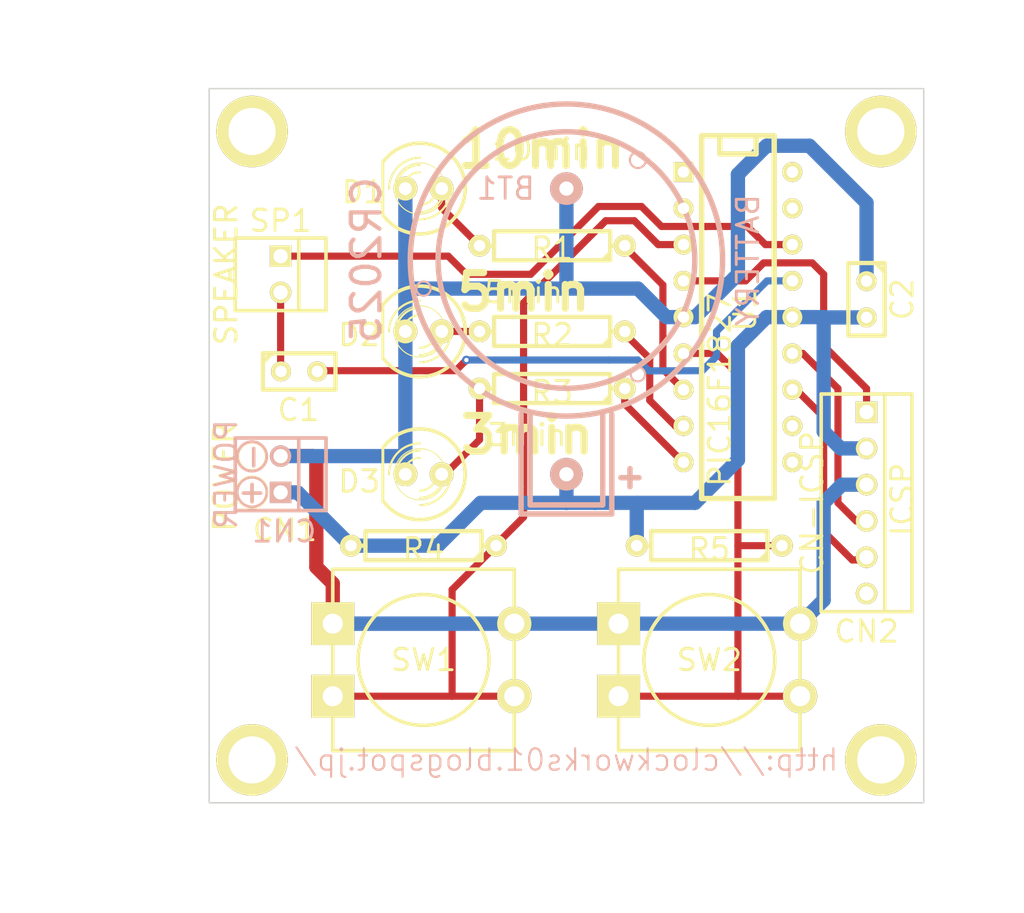
<source format=kicad_pcb>
(kicad_pcb (version 3) (host pcbnew "(2013-07-07 BZR 4022)-stable")

  (general
    (links 35)
    (no_connects 0)
    (area 87.000001 44.150001 159 109.7)
    (thickness 1.6)
    (drawings 35)
    (tracks 140)
    (zones 0)
    (modules 21)
    (nets 17)
  )

  (page A4)
  (title_block 
    (title PIC16F1827_MelodyTimer4)
    (rev 1.0.0)
    (company ClockWorks001)
    (comment 1 PIC16F1827)
  )

  (layers
    (15 F.Cu signal)
    (0 B.Cu signal)
    (16 B.Adhes user)
    (17 F.Adhes user)
    (18 B.Paste user)
    (19 F.Paste user)
    (20 B.SilkS user)
    (21 F.SilkS user)
    (22 B.Mask user)
    (23 F.Mask user)
    (24 Dwgs.User user)
    (25 Cmts.User user)
    (26 Eco1.User user)
    (27 Eco2.User user)
    (28 Edge.Cuts user)
  )

  (setup
    (last_trace_width 0.5)
    (trace_clearance 0.25)
    (zone_clearance 0.508)
    (zone_45_only no)
    (trace_min 0.3)
    (segment_width 0.2)
    (edge_width 0.1)
    (via_size 0.6)
    (via_drill 0.3)
    (via_min_size 0.6)
    (via_min_drill 0.3)
    (uvia_size 0.508)
    (uvia_drill 0.127)
    (uvias_allowed no)
    (uvia_min_size 0.508)
    (uvia_min_drill 0.127)
    (pcb_text_width 0.3)
    (pcb_text_size 1.5 1.5)
    (mod_edge_width 0.15)
    (mod_text_size 1.5 1.5)
    (mod_text_width 0.2)
    (pad_size 1.397 1.397)
    (pad_drill 0.8)
    (pad_to_mask_clearance 0)
    (aux_axis_origin 0 0)
    (visible_elements 7FFFFFFF)
    (pcbplotparams
      (layerselection 284196865)
      (usegerberextensions true)
      (excludeedgelayer true)
      (linewidth 0.160000)
      (plotframeref false)
      (viasonmask false)
      (mode 1)
      (useauxorigin false)
      (hpglpennumber 1)
      (hpglpenspeed 20)
      (hpglpendiameter 15)
      (hpglpenoverlay 2)
      (psnegative false)
      (psa4output false)
      (plotreference true)
      (plotvalue false)
      (plotothertext false)
      (plotinvisibletext false)
      (padsonsilk false)
      (subtractmaskfromsilk false)
      (outputformat 1)
      (mirror false)
      (drillshape 0)
      (scaleselection 1)
      (outputdirectory ""))
  )

  (net 0 "")
  (net 1 +3.3V)
  (net 2 GND)
  (net 3 N-000001)
  (net 4 N-0000016)
  (net 5 N-0000017)
  (net 6 N-0000018)
  (net 7 N-0000019)
  (net 8 N-000002)
  (net 9 N-0000020)
  (net 10 N-0000021)
  (net 11 N-0000022)
  (net 12 N-000005)
  (net 13 N-000006)
  (net 14 N-000007)
  (net 15 N-000008)
  (net 16 N-000009)

  (net_class Default "これは標準のネット クラスです。"
    (clearance 0.25)
    (trace_width 0.5)
    (via_dia 0.6)
    (via_drill 0.3)
    (uvia_dia 0.508)
    (uvia_drill 0.127)
    (add_net "")
    (add_net N-000001)
    (add_net N-0000016)
    (add_net N-0000017)
    (add_net N-0000018)
    (add_net N-0000019)
    (add_net N-000002)
    (add_net N-0000020)
    (add_net N-0000021)
    (add_net N-0000022)
    (add_net N-000005)
    (add_net N-000006)
    (add_net N-000007)
    (add_net N-000008)
    (add_net N-000009)
  )

  (net_class 1.5mmWidth ""
    (clearance 0.5)
    (trace_width 1.5)
    (via_dia 1.5)
    (via_drill 0.8)
    (uvia_dia 0.508)
    (uvia_drill 0.127)
  )

  (net_class 1mmWidth ""
    (clearance 0.4)
    (trace_width 1)
    (via_dia 1)
    (via_drill 0.6)
    (uvia_dia 0.508)
    (uvia_drill 0.127)
    (add_net +3.3V)
    (add_net GND)
  )

  (module CR2032H_AK (layer B.Cu) (tedit 54FEFE18) (tstamp 54F5C385)
    (at 125 62 270)
    (path /54F5C03D)
    (fp_text reference BT1 (at -5 4.25 360) (layer B.SilkS)
      (effects (font (size 1.5 1.5) (thickness 0.2)) (justify mirror))
    )
    (fp_text value BATTERY (at 0 -12.7 270) (layer B.SilkS)
      (effects (font (size 1.5 1.5) (thickness 0.2)) (justify mirror))
    )
    (fp_circle (center 2 10) (end 2.5 10) (layer B.SilkS) (width 0.15))
    (fp_circle (center 8 -5) (end 7.5 -5) (layer B.SilkS) (width 0.15))
    (fp_circle (center -7 -5) (end -6.5 -4.75) (layer B.SilkS) (width 0.15))
    (fp_line (start 15.24 -3.81) (end 15.24 -5.08) (layer B.SilkS) (width 0.381))
    (fp_line (start 14.605 -4.445) (end 15.875 -4.445) (layer B.SilkS) (width 0.381))
    (fp_line (start 10.795 2.54) (end 17.145 2.54) (layer B.SilkS) (width 0.381))
    (fp_line (start 17.145 2.54) (end 17.145 -2.54) (layer B.SilkS) (width 0.381))
    (fp_line (start 17.145 -2.54) (end 10.795 -2.54) (layer B.SilkS) (width 0.381))
    (fp_line (start 17.145 3.175) (end 17.78 3.175) (layer B.SilkS) (width 0.381))
    (fp_line (start 17.78 3.175) (end 17.78 -3.175) (layer B.SilkS) (width 0.381))
    (fp_line (start 17.78 -3.175) (end 17.145 -3.175) (layer B.SilkS) (width 0.381))
    (fp_line (start 15.875 3.175) (end 17.145 3.175) (layer B.SilkS) (width 0.381))
    (fp_line (start 17.145 -3.175) (end 10.795 -3.175) (layer B.SilkS) (width 0.381))
    (fp_line (start 10.795 3.175) (end 15.875 3.175) (layer B.SilkS) (width 0.381))
    (fp_circle (center 0 0) (end -1.27 8.89) (layer B.SilkS) (width 0.381))
    (fp_circle (center 0 0) (end 6.35 -8.89) (layer B.SilkS) (width 0.381))
    (pad 2 thru_hole circle (at -5 0 270) (size 2.286 2.286) (drill 1)
      (layers *.Cu *.Mask B.SilkS)
      (net 2 GND)
    )
    (pad 1 thru_hole circle (at 15 0 270) (size 2.286 2.286) (drill 1)
      (layers *.Cu *.Mask B.SilkS)
      (net 1 +3.3V)
    )
  )

  (module LED-5MM_AK (layer F.Cu) (tedit 54FACC50) (tstamp 54F66613)
    (at 115 77 180)
    (descr "LED 5mm - Lead pitch 100mil (2,54mm)")
    (tags "LED led 5mm 5MM 100mil 2,54mm")
    (path /54E935CC)
    (fp_text reference D3 (at 4.5 -0.5 180) (layer F.SilkS)
      (effects (font (size 1.5 1.5) (thickness 0.2)))
    )
    (fp_text value 3min (at -7.25 2.75 180) (layer F.SilkS)
      (effects (font (size 1.5 1.5) (thickness 0.2)))
    )
    (fp_line (start 2.8448 1.905) (end 2.8448 -1.905) (layer F.SilkS) (width 0.2032))
    (fp_circle (center 0.254 0) (end -1.016 1.27) (layer F.SilkS) (width 0.0762))
    (fp_arc (start 0.254 0) (end 2.794 1.905) (angle 286.2) (layer F.SilkS) (width 0.254))
    (fp_arc (start 0.254 0) (end -0.889 0) (angle 90) (layer F.SilkS) (width 0.1524))
    (fp_arc (start 0.254 0) (end 1.397 0) (angle 90) (layer F.SilkS) (width 0.1524))
    (fp_arc (start 0.254 0) (end -1.397 0) (angle 90) (layer F.SilkS) (width 0.1524))
    (fp_arc (start 0.254 0) (end 1.905 0) (angle 90) (layer F.SilkS) (width 0.1524))
    (fp_arc (start 0.254 0) (end -1.905 0) (angle 90) (layer F.SilkS) (width 0.1524))
    (fp_arc (start 0.254 0) (end 2.413 0) (angle 90) (layer F.SilkS) (width 0.1524))
    (pad 1 thru_hole circle (at -1.27 0 180) (size 1.6764 1.6764) (drill 0.9)
      (layers *.Cu *.Mask F.SilkS)
      (net 10 N-0000021)
    )
    (pad 2 thru_hole circle (at 1.27 0 180) (size 1.6764 1.6764) (drill 0.9)
      (layers *.Cu *.Mask F.SilkS)
      (net 2 GND)
    )
    (model discret/leds/led5_vertical_verde.wrl
      (at (xyz 0 0 0))
      (scale (xyz 1 1 1))
      (rotate (xyz 0 0 0))
    )
  )

  (module LED-5MM_AK (layer F.Cu) (tedit 54FACB73) (tstamp 54F66633)
    (at 115 67 180)
    (descr "LED 5mm - Lead pitch 100mil (2,54mm)")
    (tags "LED led 5mm 5MM 100mil 2,54mm")
    (path /54E935C4)
    (fp_text reference D2 (at 4.5 -0.25 180) (layer F.SilkS)
      (effects (font (size 1.5 1.5) (thickness 0.2)))
    )
    (fp_text value 5min (at -7 2.75 180) (layer F.SilkS)
      (effects (font (size 1.5 1.5) (thickness 0.2)))
    )
    (fp_line (start 2.8448 1.905) (end 2.8448 -1.905) (layer F.SilkS) (width 0.2032))
    (fp_circle (center 0.254 0) (end -1.016 1.27) (layer F.SilkS) (width 0.0762))
    (fp_arc (start 0.254 0) (end 2.794 1.905) (angle 286.2) (layer F.SilkS) (width 0.254))
    (fp_arc (start 0.254 0) (end -0.889 0) (angle 90) (layer F.SilkS) (width 0.1524))
    (fp_arc (start 0.254 0) (end 1.397 0) (angle 90) (layer F.SilkS) (width 0.1524))
    (fp_arc (start 0.254 0) (end -1.397 0) (angle 90) (layer F.SilkS) (width 0.1524))
    (fp_arc (start 0.254 0) (end 1.905 0) (angle 90) (layer F.SilkS) (width 0.1524))
    (fp_arc (start 0.254 0) (end -1.905 0) (angle 90) (layer F.SilkS) (width 0.1524))
    (fp_arc (start 0.254 0) (end 2.413 0) (angle 90) (layer F.SilkS) (width 0.1524))
    (pad 1 thru_hole circle (at -1.27 0 180) (size 1.6764 1.6764) (drill 0.9)
      (layers *.Cu *.Mask F.SilkS)
      (net 9 N-0000020)
    )
    (pad 2 thru_hole circle (at 1.27 0 180) (size 1.6764 1.6764) (drill 0.9)
      (layers *.Cu *.Mask F.SilkS)
      (net 2 GND)
    )
    (model discret/leds/led5_vertical_verde.wrl
      (at (xyz 0 0 0))
      (scale (xyz 1 1 1))
      (rotate (xyz 0 0 0))
    )
  )

  (module LED-5MM_AK (layer F.Cu) (tedit 54FACB43) (tstamp 54F66653)
    (at 115 57 180)
    (descr "LED 5mm - Lead pitch 100mil (2,54mm)")
    (tags "LED led 5mm 5MM 100mil 2,54mm")
    (path /54E93581)
    (fp_text reference D1 (at 4.25 -0.25 180) (layer F.SilkS)
      (effects (font (size 1.5 1.5) (thickness 0.2)))
    )
    (fp_text value 10min (at -8.25 2.75 180) (layer F.SilkS)
      (effects (font (size 1.5 1.5) (thickness 0.2)))
    )
    (fp_line (start 2.8448 1.905) (end 2.8448 -1.905) (layer F.SilkS) (width 0.2032))
    (fp_circle (center 0.254 0) (end -1.016 1.27) (layer F.SilkS) (width 0.0762))
    (fp_arc (start 0.254 0) (end 2.794 1.905) (angle 286.2) (layer F.SilkS) (width 0.254))
    (fp_arc (start 0.254 0) (end -0.889 0) (angle 90) (layer F.SilkS) (width 0.1524))
    (fp_arc (start 0.254 0) (end 1.397 0) (angle 90) (layer F.SilkS) (width 0.1524))
    (fp_arc (start 0.254 0) (end -1.397 0) (angle 90) (layer F.SilkS) (width 0.1524))
    (fp_arc (start 0.254 0) (end 1.905 0) (angle 90) (layer F.SilkS) (width 0.1524))
    (fp_arc (start 0.254 0) (end -1.905 0) (angle 90) (layer F.SilkS) (width 0.1524))
    (fp_arc (start 0.254 0) (end 2.413 0) (angle 90) (layer F.SilkS) (width 0.1524))
    (pad 1 thru_hole circle (at -1.27 0 180) (size 1.6764 1.6764) (drill 0.9)
      (layers *.Cu *.Mask F.SilkS)
      (net 6 N-0000018)
    )
    (pad 2 thru_hole circle (at 1.27 0 180) (size 1.6764 1.6764) (drill 0.9)
      (layers *.Cu *.Mask F.SilkS)
      (net 2 GND)
    )
    (model discret/leds/led5_vertical_verde.wrl
      (at (xyz 0 0 0))
      (scale (xyz 1 1 1))
      (rotate (xyz 0 0 0))
    )
  )

  (module SW_PUSH-12mm_AK (layer F.Cu) (tedit 54FC038C) (tstamp 54F6675B)
    (at 135 90)
    (path /54E9355A)
    (fp_text reference SW2 (at 0 0) (layer F.SilkS)
      (effects (font (size 1.5 1.5) (thickness 0.2)))
    )
    (fp_text value "" (at 0 1.016) (layer F.SilkS)
      (effects (font (size 1.5 1.5) (thickness 0.2)))
    )
    (fp_circle (center 0 0) (end 3.81 2.54) (layer F.SilkS) (width 0.254))
    (fp_line (start -6.35 -6.35) (end 6.35 -6.35) (layer F.SilkS) (width 0.254))
    (fp_line (start 6.35 -6.35) (end 6.35 6.35) (layer F.SilkS) (width 0.254))
    (fp_line (start 6.35 6.35) (end -6.35 6.35) (layer F.SilkS) (width 0.254))
    (fp_line (start -6.35 6.35) (end -6.35 -6.35) (layer F.SilkS) (width 0.254))
    (pad 1 thru_hole circle (at 6.35 -2.54) (size 2.4 2.4) (drill 1.4)
      (layers *.Cu *.Mask F.SilkS)
      (net 2 GND)
    )
    (pad 2 thru_hole circle (at 6.35 2.54) (size 2.4 2.4) (drill 1.4)
      (layers *.Cu *.Mask F.SilkS)
      (net 11 N-0000022)
    )
    (pad 1 thru_hole rect (at -6.35 -2.54) (size 3 3) (drill 1.4)
      (layers *.Cu *.Mask F.SilkS)
      (net 2 GND)
    )
    (pad 2 thru_hole rect (at -6.35 2.54) (size 3 3) (drill 1.4)
      (layers *.Cu *.Mask F.SilkS)
      (net 11 N-0000022)
    )
  )

  (module SW_PUSH-12mm_AK (layer F.Cu) (tedit 54FC035F) (tstamp 54FB1543)
    (at 115 90)
    (path /54E93502)
    (fp_text reference SW1 (at 0 0) (layer F.SilkS)
      (effects (font (size 1.5 1.5) (thickness 0.2)))
    )
    (fp_text value "" (at 0 1.016) (layer F.SilkS)
      (effects (font (size 1.5 1.5) (thickness 0.2)))
    )
    (fp_circle (center 0 0) (end 3.81 2.54) (layer F.SilkS) (width 0.254))
    (fp_line (start -6.35 -6.35) (end 6.35 -6.35) (layer F.SilkS) (width 0.254))
    (fp_line (start 6.35 -6.35) (end 6.35 6.35) (layer F.SilkS) (width 0.254))
    (fp_line (start 6.35 6.35) (end -6.35 6.35) (layer F.SilkS) (width 0.254))
    (fp_line (start -6.35 6.35) (end -6.35 -6.35) (layer F.SilkS) (width 0.254))
    (pad 1 thru_hole circle (at 6.35 -2.54) (size 2.4 2.4) (drill 1.4)
      (layers *.Cu *.Mask F.SilkS)
      (net 2 GND)
    )
    (pad 2 thru_hole circle (at 6.35 2.54) (size 2.4 2.4) (drill 1.4)
      (layers *.Cu *.Mask F.SilkS)
      (net 15 N-000008)
    )
    (pad 1 thru_hole rect (at -6.35 -2.54) (size 3 3) (drill 1.4)
      (layers *.Cu *.Mask F.SilkS)
      (net 2 GND)
    )
    (pad 2 thru_hole rect (at -6.35 2.54) (size 3 3) (drill 1.4)
      (layers *.Cu *.Mask F.SilkS)
      (net 15 N-000008)
    )
  )

  (module PAD3mmX5mm (layer F.Cu) (tedit 54FC3A35) (tstamp 54F7118F)
    (at 103 97)
    (fp_text reference P3 (at 0 0) (layer F.SilkS)
      (effects (font (size 1.5 1.5) (thickness 0.2)))
    )
    (fp_text value "" (at 2.54 -1.27) (layer F.SilkS)
      (effects (font (size 1.5 1.5) (thickness 0.2)))
    )
    (pad "" thru_hole circle (at 0 0) (size 5 5) (drill 3.3)
      (layers *.Cu *.Mask F.SilkS)
    )
  )

  (module PAD3mmX5mm (layer F.Cu) (tedit 54FC3A38) (tstamp 54F85210)
    (at 147 97)
    (fp_text reference P4 (at 0 0) (layer F.SilkS)
      (effects (font (size 1.5 1.5) (thickness 0.2)))
    )
    (fp_text value "" (at 2.54 -1.27) (layer F.SilkS)
      (effects (font (size 1.5 1.5) (thickness 0.2)))
    )
    (pad "" thru_hole circle (at 0 0) (size 5 5) (drill 3.3)
      (layers *.Cu *.Mask F.SilkS)
    )
  )

  (module PAD3mmX5mm (layer F.Cu) (tedit 54FC3A32) (tstamp 54F7117D)
    (at 103 53)
    (fp_text reference P2 (at 0 0) (layer F.SilkS)
      (effects (font (size 1.5 1.5) (thickness 0.2)))
    )
    (fp_text value "" (at 2.54 -1.27) (layer F.SilkS)
      (effects (font (size 1.5 1.5) (thickness 0.2)))
    )
    (pad "" thru_hole circle (at 0 0) (size 5 5) (drill 3.3)
      (layers *.Cu *.Mask F.SilkS)
    )
  )

  (module PAD3mmX5mm (layer F.Cu) (tedit 54FC3A2F) (tstamp 54F71174)
    (at 147 53)
    (fp_text reference P1 (at 0 0) (layer F.SilkS)
      (effects (font (size 1.5 1.5) (thickness 0.2)))
    )
    (fp_text value "" (at 2.54 -1.27) (layer F.SilkS)
      (effects (font (size 1.5 1.5) (thickness 0.2)))
    )
    (pad "" thru_hole circle (at 0 0) (size 5 5) (drill 3.3)
      (layers *.Cu *.Mask F.SilkS)
    )
  )

  (module DIP-18__300_MU (layer F.Cu) (tedit 54FF0256) (tstamp 54F665F3)
    (at 137 66 270)
    (descr "8 pins DIL package, round pads")
    (path /54E933CD)
    (fp_text reference U1 (at -0.5 -0.5 270) (layer F.SilkS)
      (effects (font (size 1.5 1.5) (thickness 0.2)))
    )
    (fp_text value PIC16F1827 (at 5.08 1.27 270) (layer F.SilkS)
      (effects (font (size 1.5 1.5) (thickness 0.2)))
    )
    (fp_line (start -12.7 -1.27) (end -11.43 -1.27) (layer F.SilkS) (width 0.381))
    (fp_line (start -11.43 -1.27) (end -11.43 1.27) (layer F.SilkS) (width 0.381))
    (fp_line (start -11.43 1.27) (end -12.7 1.27) (layer F.SilkS) (width 0.381))
    (fp_line (start -12.7 -2.54) (end 12.7 -2.54) (layer F.SilkS) (width 0.381))
    (fp_line (start 12.7 -2.54) (end 12.7 2.54) (layer F.SilkS) (width 0.381))
    (fp_line (start 12.7 2.54) (end -12.7 2.54) (layer F.SilkS) (width 0.381))
    (fp_line (start -12.7 2.54) (end -12.7 -2.54) (layer F.SilkS) (width 0.381))
    (pad 1 thru_hole rect (at -10.16 3.81 270) (size 1.397 1.397) (drill 0.8)
      (layers *.Cu *.Mask F.SilkS)
    )
    (pad 2 thru_hole circle (at -7.62 3.81 270) (size 1.397 1.397) (drill 0.8)
      (layers *.Cu *.Mask F.SilkS)
    )
    (pad 3 thru_hole circle (at -5.08 3.81 270) (size 1.397 1.397) (drill 0.8)
      (layers *.Cu *.Mask F.SilkS)
      (net 15 N-000008)
    )
    (pad 4 thru_hole circle (at -2.54 3.81 270) (size 1.397 1.397) (drill 0.8)
      (layers *.Cu *.Mask F.SilkS)
      (net 13 N-000006)
    )
    (pad 5 thru_hole circle (at 0 3.81 270) (size 1.397 1.397) (drill 0.8)
      (layers *.Cu *.Mask F.SilkS)
      (net 2 GND)
    )
    (pad 6 thru_hole circle (at 2.54 3.81 270) (size 1.397 1.397) (drill 0.8)
      (layers *.Cu *.Mask F.SilkS)
      (net 11 N-0000022)
    )
    (pad 7 thru_hole circle (at 5.08 3.81 270) (size 1.397 1.397) (drill 0.8)
      (layers *.Cu *.Mask F.SilkS)
      (net 5 N-0000017)
    )
    (pad 8 thru_hole circle (at 7.62 3.81 270) (size 1.397 1.397) (drill 0.8)
      (layers *.Cu *.Mask F.SilkS)
      (net 7 N-0000019)
    )
    (pad 9 thru_hole circle (at 10.16 3.81 270) (size 1.397 1.397) (drill 0.8)
      (layers *.Cu *.Mask F.SilkS)
      (net 14 N-000007)
    )
    (pad 10 thru_hole circle (at 10.16 -3.81 270) (size 1.397 1.397) (drill 0.8)
      (layers *.Cu *.Mask F.SilkS)
    )
    (pad 11 thru_hole circle (at 7.62 -3.81 270) (size 1.397 1.397) (drill 0.8)
      (layers *.Cu *.Mask F.SilkS)
    )
    (pad 12 thru_hole circle (at 5.08 -3.81 270) (size 1.397 1.397) (drill 0.8)
      (layers *.Cu *.Mask F.SilkS)
      (net 12 N-000005)
    )
    (pad 13 thru_hole circle (at 2.54 -3.81 270) (size 1.397 1.397) (drill 0.8)
      (layers *.Cu *.Mask F.SilkS)
      (net 16 N-000009)
    )
    (pad 14 thru_hole circle (at 0 -3.81 270) (size 1.397 1.397) (drill 0.8)
      (layers *.Cu *.Mask F.SilkS)
      (net 1 +3.3V)
    )
    (pad 15 thru_hole circle (at -2.54 -3.81 270) (size 1.397 1.397) (drill 0.8)
      (layers *.Cu *.Mask F.SilkS)
      (net 3 N-000001)
    )
    (pad 16 thru_hole circle (at -5.08 -3.81 270) (size 1.397 1.397) (drill 0.8)
      (layers *.Cu *.Mask F.SilkS)
      (net 4 N-0000016)
    )
    (pad 17 thru_hole circle (at -7.62 -3.81 270) (size 1.397 1.397) (drill 0.8)
      (layers *.Cu *.Mask F.SilkS)
    )
    (pad 18 thru_hole circle (at -10.16 -3.81 270) (size 1.397 1.397) (drill 0.8)
      (layers *.Cu *.Mask F.SilkS)
    )
    (model dil/dil_18.wrl
      (at (xyz 0 0 0))
      (scale (xyz 1 1 1))
      (rotate (xyz 0 0 0))
    )
  )

  (module R4_MU (layer F.Cu) (tedit 54FF02C2) (tstamp 54F666C7)
    (at 115 82 180)
    (descr "Resitance 4 pas")
    (tags R)
    (path /54E93F69)
    (autoplace_cost180 10)
    (fp_text reference R4 (at 0 -0.25 180) (layer F.SilkS)
      (effects (font (size 1.5 1.5) (thickness 0.2)))
    )
    (fp_text value 10K (at -0.25 2 180) (layer F.SilkS) hide
      (effects (font (size 1.5 1.5) (thickness 0.2)))
    )
    (fp_line (start -5.08 0) (end -4.064 0) (layer F.SilkS) (width 0.3048))
    (fp_line (start -4.064 0) (end -4.064 -1.016) (layer F.SilkS) (width 0.3048))
    (fp_line (start -4.064 -1.016) (end 4.064 -1.016) (layer F.SilkS) (width 0.3048))
    (fp_line (start 4.064 -1.016) (end 4.064 1.016) (layer F.SilkS) (width 0.3048))
    (fp_line (start 4.064 1.016) (end -4.064 1.016) (layer F.SilkS) (width 0.3048))
    (fp_line (start -4.064 1.016) (end -4.064 0) (layer F.SilkS) (width 0.3048))
    (fp_line (start -4.064 -0.508) (end -3.556 -1.016) (layer F.SilkS) (width 0.3048))
    (fp_line (start 5.08 0) (end 4.064 0) (layer F.SilkS) (width 0.3048))
    (pad 1 thru_hole circle (at -5.08 0 180) (size 1.524 1.524) (drill 0.8)
      (layers *.Cu *.Mask F.SilkS)
      (net 15 N-000008)
    )
    (pad 2 thru_hole circle (at 5.08 0 180) (size 1.524 1.524) (drill 0.8)
      (layers *.Cu *.Mask F.SilkS)
      (net 1 +3.3V)
    )
    (model discret/resistor.wrl
      (at (xyz 0 0 0))
      (scale (xyz 0.4 0.4 0.4))
      (rotate (xyz 0 0 0))
    )
  )

  (module R4_MU (layer F.Cu) (tedit 54FF02C6) (tstamp 54F666E5)
    (at 135 82 180)
    (descr "Resitance 4 pas")
    (tags R)
    (path /54E93E26)
    (autoplace_cost180 10)
    (fp_text reference R5 (at 0 -0.25 180) (layer F.SilkS)
      (effects (font (size 1.5 1.5) (thickness 0.2)))
    )
    (fp_text value 10K (at -0.25 2 180) (layer F.SilkS) hide
      (effects (font (size 1.5 1.5) (thickness 0.2)))
    )
    (fp_line (start -5.08 0) (end -4.064 0) (layer F.SilkS) (width 0.3048))
    (fp_line (start -4.064 0) (end -4.064 -1.016) (layer F.SilkS) (width 0.3048))
    (fp_line (start -4.064 -1.016) (end 4.064 -1.016) (layer F.SilkS) (width 0.3048))
    (fp_line (start 4.064 -1.016) (end 4.064 1.016) (layer F.SilkS) (width 0.3048))
    (fp_line (start 4.064 1.016) (end -4.064 1.016) (layer F.SilkS) (width 0.3048))
    (fp_line (start -4.064 1.016) (end -4.064 0) (layer F.SilkS) (width 0.3048))
    (fp_line (start -4.064 -0.508) (end -3.556 -1.016) (layer F.SilkS) (width 0.3048))
    (fp_line (start 5.08 0) (end 4.064 0) (layer F.SilkS) (width 0.3048))
    (pad 1 thru_hole circle (at -5.08 0 180) (size 1.524 1.524) (drill 0.8)
      (layers *.Cu *.Mask F.SilkS)
      (net 11 N-0000022)
    )
    (pad 2 thru_hole circle (at 5.08 0 180) (size 1.524 1.524) (drill 0.8)
      (layers *.Cu *.Mask F.SilkS)
      (net 1 +3.3V)
    )
    (model discret/resistor.wrl
      (at (xyz 0 0 0))
      (scale (xyz 0.4 0.4 0.4))
      (rotate (xyz 0 0 0))
    )
  )

  (module R4_MU (layer F.Cu) (tedit 54FF028E) (tstamp 54F72914)
    (at 124 71 180)
    (descr "Resitance 4 pas")
    (tags R)
    (path /54E936EC)
    (autoplace_cost180 10)
    (fp_text reference R3 (at 0 -0.25 180) (layer F.SilkS)
      (effects (font (size 1.5 1.5) (thickness 0.2)))
    )
    (fp_text value 240 (at 0 2 180) (layer F.SilkS) hide
      (effects (font (size 1.5 1.5) (thickness 0.2)))
    )
    (fp_line (start -5.08 0) (end -4.064 0) (layer F.SilkS) (width 0.3048))
    (fp_line (start -4.064 0) (end -4.064 -1.016) (layer F.SilkS) (width 0.3048))
    (fp_line (start -4.064 -1.016) (end 4.064 -1.016) (layer F.SilkS) (width 0.3048))
    (fp_line (start 4.064 -1.016) (end 4.064 1.016) (layer F.SilkS) (width 0.3048))
    (fp_line (start 4.064 1.016) (end -4.064 1.016) (layer F.SilkS) (width 0.3048))
    (fp_line (start -4.064 1.016) (end -4.064 0) (layer F.SilkS) (width 0.3048))
    (fp_line (start -4.064 -0.508) (end -3.556 -1.016) (layer F.SilkS) (width 0.3048))
    (fp_line (start 5.08 0) (end 4.064 0) (layer F.SilkS) (width 0.3048))
    (pad 1 thru_hole circle (at -5.08 0 180) (size 1.524 1.524) (drill 0.8)
      (layers *.Cu *.Mask F.SilkS)
      (net 14 N-000007)
    )
    (pad 2 thru_hole circle (at 5.08 0 180) (size 1.524 1.524) (drill 0.8)
      (layers *.Cu *.Mask F.SilkS)
      (net 10 N-0000021)
    )
    (model discret/resistor.wrl
      (at (xyz 0 0 0))
      (scale (xyz 0.4 0.4 0.4))
      (rotate (xyz 0 0 0))
    )
  )

  (module R4_MU (layer F.Cu) (tedit 54FF0292) (tstamp 54F66721)
    (at 124 67 180)
    (descr "Resitance 4 pas")
    (tags R)
    (path /54E936CD)
    (autoplace_cost180 10)
    (fp_text reference R2 (at 0 -0.25 180) (layer F.SilkS)
      (effects (font (size 1.5 1.5) (thickness 0.2)))
    )
    (fp_text value 240 (at 0 2 180) (layer F.SilkS) hide
      (effects (font (size 1.5 1.5) (thickness 0.2)))
    )
    (fp_line (start -5.08 0) (end -4.064 0) (layer F.SilkS) (width 0.3048))
    (fp_line (start -4.064 0) (end -4.064 -1.016) (layer F.SilkS) (width 0.3048))
    (fp_line (start -4.064 -1.016) (end 4.064 -1.016) (layer F.SilkS) (width 0.3048))
    (fp_line (start 4.064 -1.016) (end 4.064 1.016) (layer F.SilkS) (width 0.3048))
    (fp_line (start 4.064 1.016) (end -4.064 1.016) (layer F.SilkS) (width 0.3048))
    (fp_line (start -4.064 1.016) (end -4.064 0) (layer F.SilkS) (width 0.3048))
    (fp_line (start -4.064 -0.508) (end -3.556 -1.016) (layer F.SilkS) (width 0.3048))
    (fp_line (start 5.08 0) (end 4.064 0) (layer F.SilkS) (width 0.3048))
    (pad 1 thru_hole circle (at -5.08 0 180) (size 1.524 1.524) (drill 0.8)
      (layers *.Cu *.Mask F.SilkS)
      (net 7 N-0000019)
    )
    (pad 2 thru_hole circle (at 5.08 0 180) (size 1.524 1.524) (drill 0.8)
      (layers *.Cu *.Mask F.SilkS)
      (net 9 N-0000020)
    )
    (model discret/resistor.wrl
      (at (xyz 0 0 0))
      (scale (xyz 0.4 0.4 0.4))
      (rotate (xyz 0 0 0))
    )
  )

  (module R4_MU (layer F.Cu) (tedit 54FF02A4) (tstamp 54F6673F)
    (at 124 61 180)
    (descr "Resitance 4 pas")
    (tags R)
    (path /54E936B1)
    (autoplace_cost180 10)
    (fp_text reference R1 (at 0 -0.2 180) (layer F.SilkS)
      (effects (font (size 1.5 1.5) (thickness 0.2)))
    )
    (fp_text value 240 (at 0 2 180) (layer F.SilkS) hide
      (effects (font (size 1.5 1.5) (thickness 0.2)))
    )
    (fp_line (start -5.08 0) (end -4.064 0) (layer F.SilkS) (width 0.3048))
    (fp_line (start -4.064 0) (end -4.064 -1.016) (layer F.SilkS) (width 0.3048))
    (fp_line (start -4.064 -1.016) (end 4.064 -1.016) (layer F.SilkS) (width 0.3048))
    (fp_line (start 4.064 -1.016) (end 4.064 1.016) (layer F.SilkS) (width 0.3048))
    (fp_line (start 4.064 1.016) (end -4.064 1.016) (layer F.SilkS) (width 0.3048))
    (fp_line (start -4.064 1.016) (end -4.064 0) (layer F.SilkS) (width 0.3048))
    (fp_line (start -4.064 -0.508) (end -3.556 -1.016) (layer F.SilkS) (width 0.3048))
    (fp_line (start 5.08 0) (end 4.064 0) (layer F.SilkS) (width 0.3048))
    (pad 1 thru_hole circle (at -5.08 0 180) (size 1.524 1.524) (drill 0.8)
      (layers *.Cu *.Mask F.SilkS)
      (net 5 N-0000017)
    )
    (pad 2 thru_hole circle (at 5.08 0 180) (size 1.524 1.524) (drill 0.8)
      (layers *.Cu *.Mask F.SilkS)
      (net 6 N-0000018)
    )
    (model discret/resistor.wrl
      (at (xyz 0 0 0))
      (scale (xyz 0.4 0.4 0.4))
      (rotate (xyz 0 0 0))
    )
  )

  (module C1_MU (layer F.Cu) (tedit 54FEF9D5) (tstamp 54FB130A)
    (at 146 64.75 270)
    (descr "Condensateur e = 1 pas")
    (tags C)
    (path /54E93FFC)
    (fp_text reference C2 (at 0 -2.5 270) (layer F.SilkS)
      (effects (font (size 1.5 1.5) (thickness 0.2)))
    )
    (fp_text value 0.1uF (at 0 2.25 270) (layer F.SilkS) hide
      (effects (font (size 1.5 1.5) (thickness 0.2)))
    )
    (fp_line (start -2.4892 -1.27) (end 2.54 -1.27) (layer F.SilkS) (width 0.3048))
    (fp_line (start 2.54 -1.27) (end 2.54 1.27) (layer F.SilkS) (width 0.3048))
    (fp_line (start 2.54 1.27) (end -2.54 1.27) (layer F.SilkS) (width 0.3048))
    (fp_line (start -2.54 1.27) (end -2.54 -1.27) (layer F.SilkS) (width 0.3048))
    (fp_line (start -2.54 -0.635) (end -1.905 -1.27) (layer F.SilkS) (width 0.3048))
    (pad 1 thru_hole circle (at -1.27 0 270) (size 1.397 1.397) (drill 0.8)
      (layers *.Cu *.Mask F.SilkS)
      (net 2 GND)
    )
    (pad 2 thru_hole circle (at 1.27 0 270) (size 1.397 1.397) (drill 0.8)
      (layers *.Cu *.Mask F.SilkS)
      (net 1 +3.3V)
    )
    (model discret/capa_1_pas.wrl
      (at (xyz 0 0 0))
      (scale (xyz 1 1 1))
      (rotate (xyz 0 0 0))
    )
  )

  (module C1_MU (layer F.Cu) (tedit 54FEF998) (tstamp 54F665B7)
    (at 106.3 69.8)
    (descr "Condensateur e = 1 pas")
    (tags C)
    (path /54E93762)
    (fp_text reference C1 (at -0.05 2.7) (layer F.SilkS)
      (effects (font (size 1.5 1.5) (thickness 0.2)))
    )
    (fp_text value 10uF (at 0 -2.286) (layer F.SilkS) hide
      (effects (font (size 1.5 1.5) (thickness 0.2)))
    )
    (fp_line (start -2.4892 -1.27) (end 2.54 -1.27) (layer F.SilkS) (width 0.3048))
    (fp_line (start 2.54 -1.27) (end 2.54 1.27) (layer F.SilkS) (width 0.3048))
    (fp_line (start 2.54 1.27) (end -2.54 1.27) (layer F.SilkS) (width 0.3048))
    (fp_line (start -2.54 1.27) (end -2.54 -1.27) (layer F.SilkS) (width 0.3048))
    (fp_line (start -2.54 -0.635) (end -1.905 -1.27) (layer F.SilkS) (width 0.3048))
    (pad 1 thru_hole circle (at -1.27 0) (size 1.397 1.397) (drill 0.8)
      (layers *.Cu *.Mask F.SilkS)
      (net 8 N-000002)
    )
    (pad 2 thru_hole circle (at 1.27 0) (size 1.397 1.397) (drill 0.8)
      (layers *.Cu *.Mask F.SilkS)
      (net 3 N-000001)
    )
    (model discret/capa_1_pas.wrl
      (at (xyz 0 0 0))
      (scale (xyz 1 1 1))
      (rotate (xyz 0 0 0))
    )
  )

  (module PINHEAD1-6_MU (layer F.Cu) (tedit 54FEF97B) (tstamp 54F71203)
    (at 146 79 270)
    (path /54E94800)
    (attr virtual)
    (fp_text reference CN2 (at 9 0 360) (layer F.SilkS)
      (effects (font (size 1.5 1.5) (thickness 0.2)))
    )
    (fp_text value CN-ICSP (at 0 3.81 270) (layer F.SilkS)
      (effects (font (size 1.5 1.5) (thickness 0.2)))
    )
    (fp_line (start 0 3.175) (end 7.62 3.175) (layer F.SilkS) (width 0.254))
    (fp_line (start 0 -1.27) (end 7.62 -1.27) (layer F.SilkS) (width 0.254))
    (fp_line (start 0 -3.175) (end 7.62 -3.175) (layer F.SilkS) (width 0.254))
    (fp_line (start -7.62 -3.175) (end -7.62 3.175) (layer F.SilkS) (width 0.254))
    (fp_line (start 7.62 -3.175) (end 7.62 3.175) (layer F.SilkS) (width 0.254))
    (fp_line (start 0 -1.27) (end -7.62 -1.27) (layer F.SilkS) (width 0.254))
    (fp_line (start -7.62 -3.175) (end 0 -3.175) (layer F.SilkS) (width 0.254))
    (fp_line (start 0 3.175) (end -7.62 3.175) (layer F.SilkS) (width 0.254))
    (pad 1 thru_hole rect (at -6.35 0 270) (size 1.5 1.5) (drill 1)
      (layers *.Cu *.Mask F.SilkS)
      (net 13 N-000006)
    )
    (pad 2 thru_hole circle (at -3.81 0 270) (size 1.5 1.5) (drill 1)
      (layers *.Cu *.Mask F.SilkS)
      (net 1 +3.3V)
    )
    (pad 3 thru_hole circle (at -1.27 0 270) (size 1.5 1.5) (drill 1)
      (layers *.Cu *.Mask F.SilkS)
      (net 2 GND)
    )
    (pad 4 thru_hole circle (at 1.27 0 270) (size 1.5 1.5) (drill 1)
      (layers *.Cu *.Mask F.SilkS)
      (net 16 N-000009)
    )
    (pad 5 thru_hole circle (at 3.81 0 270) (size 1.5 1.5) (drill 1)
      (layers *.Cu *.Mask F.SilkS)
      (net 12 N-000005)
    )
    (pad 6 thru_hole circle (at 6.35 0 270) (size 1.5 1.5) (drill 1)
      (layers *.Cu *.Mask F.SilkS)
    )
  )

  (module PINHEAD1-2_MU (layer F.Cu) (tedit 54FEF99D) (tstamp 54FC45D5)
    (at 105 63 270)
    (path /54E95E92)
    (attr virtual)
    (fp_text reference SP1 (at -3.75 0 360) (layer F.SilkS)
      (effects (font (size 1.5 1.5) (thickness 0.2)))
    )
    (fp_text value SPEAKER (at 0 3.81 270) (layer F.SilkS)
      (effects (font (size 1.5 1.5) (thickness 0.2)))
    )
    (fp_line (start 2.54 -1.27) (end -2.54 -1.27) (layer F.SilkS) (width 0.254))
    (fp_line (start 2.54 3.175) (end -2.54 3.175) (layer F.SilkS) (width 0.254))
    (fp_line (start -2.54 -3.175) (end 2.54 -3.175) (layer F.SilkS) (width 0.254))
    (fp_line (start -2.54 -3.175) (end -2.54 3.175) (layer F.SilkS) (width 0.254))
    (fp_line (start 2.54 -3.175) (end 2.54 3.175) (layer F.SilkS) (width 0.254))
    (pad 1 thru_hole rect (at -1.27 0 270) (size 1.5 1.5) (drill 1)
      (layers *.Cu *.Mask F.SilkS)
      (net 4 N-0000016)
    )
    (pad 2 thru_hole circle (at 1.27 0 270) (size 1.5 1.5) (drill 1)
      (layers *.Cu *.Mask F.SilkS)
      (net 8 N-000002)
    )
  )

  (module PINHEAD1-2_MU (layer B.Cu) (tedit 54FEFDF6) (tstamp 54FC4298)
    (at 105 77 90)
    (path /54E9481E)
    (attr virtual)
    (fp_text reference CN1 (at -4 0.25 180) (layer B.SilkS)
      (effects (font (size 1.5 1.5) (thickness 0.2)) (justify mirror))
    )
    (fp_text value POWER (at 0 -3.81 90) (layer B.SilkS)
      (effects (font (size 1.5 1.5) (thickness 0.2)) (justify mirror))
    )
    (fp_line (start 2.54 1.27) (end -2.54 1.27) (layer B.SilkS) (width 0.254))
    (fp_line (start 2.54 -3.175) (end -2.54 -3.175) (layer B.SilkS) (width 0.254))
    (fp_line (start -2.54 3.175) (end 2.54 3.175) (layer B.SilkS) (width 0.254))
    (fp_line (start -2.54 3.175) (end -2.54 -3.175) (layer B.SilkS) (width 0.254))
    (fp_line (start 2.54 3.175) (end 2.54 -3.175) (layer B.SilkS) (width 0.254))
    (pad 1 thru_hole rect (at -1.27 0 90) (size 1.5 1.5) (drill 1)
      (layers *.Cu *.Mask B.SilkS)
      (net 1 +3.3V)
    )
    (pad 2 thru_hole circle (at 1.27 0 90) (size 1.5 1.5) (drill 1)
      (layers *.Cu *.Mask B.SilkS)
      (net 2 GND)
    )
  )

  (gr_text http://clockworks01.blogspot.jp/ (at 125 97) (layer B.SilkS)
    (effects (font (size 1.5 1.5) (thickness 0.15)) (justify mirror))
  )
  (gr_text CR2025 (at 111 62 90) (layer B.SilkS)
    (effects (font (size 2 2) (thickness 0.3)) (justify mirror))
  )
  (gr_text ICSP (at 148.5 78.75 90) (layer F.SilkS)
    (effects (font (size 1.5 1.5) (thickness 0.2)))
  )
  (gr_text SPEAKER (at 101.2 63 90) (layer F.SilkS)
    (effects (font (size 1.5 1.5) (thickness 0.2)))
  )
  (gr_text POWER (at 101.1 77.2 90) (layer F.SilkS)
    (effects (font (size 1.5 1.5) (thickness 0.2)))
  )
  (gr_text CN1 (at 105.3 80.9) (layer F.SilkS)
    (effects (font (size 1.5 1.5) (thickness 0.2)))
  )
  (gr_line (start 106.25 74.45) (end 106.25 79.55) (angle 90) (layer F.SilkS) (width 0.2))
  (gr_line (start 101.8 79.5) (end 101.8 74.45) (angle 90) (layer F.SilkS) (width 0.2))
  (gr_line (start 101.85 79.55) (end 101.8 79.5) (angle 90) (layer F.SilkS) (width 0.2))
  (gr_line (start 108.2 79.55) (end 101.85 79.55) (angle 90) (layer F.SilkS) (width 0.2))
  (gr_line (start 108.2 74.5) (end 108.2 79.55) (angle 90) (layer F.SilkS) (width 0.2))
  (gr_line (start 101.85 74.45) (end 108.2 74.45) (angle 90) (layer F.SilkS) (width 0.2))
  (gr_circle (center 103 75.75) (end 104 76) (layer B.SilkS) (width 0.2))
  (gr_circle (center 103 75.75) (end 104 75.75) (layer F.SilkS) (width 0.2))
  (gr_text - (at 103 75.8 90) (layer B.SilkS)
    (effects (font (size 1.6 1.6) (thickness 0.25)))
  )
  (gr_text + (at 103 78.2) (layer B.SilkS)
    (effects (font (size 1.6 1.6) (thickness 0.25)))
  )
  (gr_circle (center 103 78.25) (end 103.25 79.25) (layer B.SilkS) (width 0.18) (tstamp 54FC3D6F))
  (gr_circle (center 103 78.25) (end 103.75 79) (layer F.SilkS) (width 0.2))
  (gr_text - (at 103 75.8 90) (layer F.SilkS)
    (effects (font (size 1.6 1.6) (thickness 0.25)))
  )
  (gr_text + (at 103 78.2) (layer F.SilkS)
    (effects (font (size 1.6 1.6) (thickness 0.25)))
  )
  (dimension 35 (width 0.3) (layer Eco1.User)
    (gr_text 35.0mm (at 117.5 108.349999) (layer Eco1.User)
      (effects (font (size 1.5 1.5) (thickness 0.3)))
    )
    (feature1 (pts (xy 135 100) (xy 135 109.699999)))
    (feature2 (pts (xy 100 100) (xy 100 109.699999)))
    (crossbar (pts (xy 100 106.999999) (xy 135 106.999999)))
    (arrow1a (pts (xy 135 106.999999) (xy 133.873497 107.586419)))
    (arrow1b (pts (xy 135 106.999999) (xy 133.873497 106.413579)))
    (arrow2a (pts (xy 100 106.999999) (xy 101.126503 107.586419)))
    (arrow2b (pts (xy 100 106.999999) (xy 101.126503 106.413579)))
  )
  (dimension 15 (width 0.3) (layer Eco1.User)
    (gr_text 15.0mm (at 107.5 104.349999) (layer Eco1.User)
      (effects (font (size 1.5 1.5) (thickness 0.3)))
    )
    (feature1 (pts (xy 115 100) (xy 115 105.699999)))
    (feature2 (pts (xy 100 100) (xy 100 105.699999)))
    (crossbar (pts (xy 100 102.999999) (xy 115 102.999999)))
    (arrow1a (pts (xy 115 102.999999) (xy 113.873497 103.586419)))
    (arrow1b (pts (xy 115 102.999999) (xy 113.873497 102.413579)))
    (arrow2a (pts (xy 100 102.999999) (xy 101.126503 103.586419)))
    (arrow2b (pts (xy 100 102.999999) (xy 101.126503 102.413579)))
  )
  (dimension 10 (width 0.3) (layer Eco1.User)
    (gr_text 10.0mm (at 91.65 62 90) (layer Eco1.User)
      (effects (font (size 1.5 1.5) (thickness 0.3)))
    )
    (feature1 (pts (xy 100 57) (xy 90.3 57)))
    (feature2 (pts (xy 100 67) (xy 90.3 67)))
    (crossbar (pts (xy 93 67) (xy 93 57)))
    (arrow1a (pts (xy 93 57) (xy 93.58642 58.126503)))
    (arrow1b (pts (xy 93 57) (xy 92.41358 58.126503)))
    (arrow2a (pts (xy 93 67) (xy 93.58642 65.873497)))
    (arrow2b (pts (xy 93 67) (xy 92.41358 65.873497)))
  )
  (dimension 10 (width 0.3) (layer Eco1.User)
    (gr_text 10.0mm (at 91.65 72 90) (layer Eco1.User)
      (effects (font (size 1.5 1.5) (thickness 0.3)))
    )
    (feature1 (pts (xy 100 67) (xy 90.3 67)))
    (feature2 (pts (xy 100 77) (xy 90.3 77)))
    (crossbar (pts (xy 93 77) (xy 93 67)))
    (arrow1a (pts (xy 93 67) (xy 93.58642 68.126503)))
    (arrow1b (pts (xy 93 67) (xy 92.41358 68.126503)))
    (arrow2a (pts (xy 93 77) (xy 93.58642 75.873497)))
    (arrow2b (pts (xy 93 77) (xy 92.41358 75.873497)))
  )
  (dimension 23 (width 0.3) (layer Eco1.User)
    (gr_text 23.0mm (at 91.65 88.5 90) (layer Eco1.User)
      (effects (font (size 1.5 1.5) (thickness 0.3)))
    )
    (feature1 (pts (xy 100 77) (xy 90.3 77)))
    (feature2 (pts (xy 100 100) (xy 90.3 100)))
    (crossbar (pts (xy 93 100) (xy 93 77)))
    (arrow1a (pts (xy 93 77) (xy 93.58642 78.126503)))
    (arrow1b (pts (xy 93 77) (xy 92.41358 78.126503)))
    (arrow2a (pts (xy 93 100) (xy 93.58642 98.873497)))
    (arrow2b (pts (xy 93 100) (xy 92.41358 98.873497)))
  )
  (dimension 10 (width 0.3) (layer Eco1.User)
    (gr_text 10.0mm (at 95.65 95 90) (layer Eco1.User)
      (effects (font (size 1.5 1.5) (thickness 0.3)))
    )
    (feature1 (pts (xy 100 90) (xy 94.3 90)))
    (feature2 (pts (xy 100 100) (xy 94.3 100)))
    (crossbar (pts (xy 97 100) (xy 97 90)))
    (arrow1a (pts (xy 97 90) (xy 97.58642 91.126503)))
    (arrow1b (pts (xy 97 90) (xy 96.41358 91.126503)))
    (arrow2a (pts (xy 97 100) (xy 97.58642 98.873497)))
    (arrow2b (pts (xy 97 100) (xy 96.41358 98.873497)))
  )
  (dimension 50 (width 0.3) (layer Eco1.User)
    (gr_text 50.0mm (at 125 45.650001) (layer Eco1.User)
      (effects (font (size 1.5 1.5) (thickness 0.3)))
    )
    (feature1 (pts (xy 150 50) (xy 150 44.300001)))
    (feature2 (pts (xy 100 50) (xy 100 44.300001)))
    (crossbar (pts (xy 100 47.000001) (xy 150 47.000001)))
    (arrow1a (pts (xy 150 47.000001) (xy 148.873497 47.586421)))
    (arrow1b (pts (xy 150 47.000001) (xy 148.873497 46.413581)))
    (arrow2a (pts (xy 100 47.000001) (xy 101.126503 47.586421)))
    (arrow2b (pts (xy 100 47.000001) (xy 101.126503 46.413581)))
  )
  (dimension 50 (width 0.3) (layer Eco1.User)
    (gr_text 50.0mm (at 154.349999 75 270) (layer Eco1.User)
      (effects (font (size 1.5 1.5) (thickness 0.3)))
    )
    (feature1 (pts (xy 150 100) (xy 155.699999 100)))
    (feature2 (pts (xy 150 50) (xy 155.699999 50)))
    (crossbar (pts (xy 152.999999 50) (xy 152.999999 100)))
    (arrow1a (pts (xy 152.999999 100) (xy 152.413579 98.873497)))
    (arrow1b (pts (xy 152.999999 100) (xy 153.586419 98.873497)))
    (arrow2a (pts (xy 152.999999 50) (xy 152.413579 51.126503)))
    (arrow2b (pts (xy 152.999999 50) (xy 153.586419 51.126503)))
  )
  (gr_text 3min (at 122.25 74.25) (layer F.SilkS)
    (effects (font (size 2.5 2.5) (thickness 0.5)))
  )
  (gr_text 5min (at 122 64.25) (layer F.SilkS)
    (effects (font (size 2.5 2.5) (thickness 0.5)))
  )
  (gr_text 10min (at 123.25 54.25) (layer F.SilkS)
    (effects (font (size 2.5 2.5) (thickness 0.5)))
  )
  (gr_line (start 100 100) (end 100 50) (angle 90) (layer Edge.Cuts) (width 0.1))
  (gr_line (start 150 100) (end 100 100) (angle 90) (layer Edge.Cuts) (width 0.1))
  (gr_line (start 150 50) (end 150 100) (angle 90) (layer Edge.Cuts) (width 0.1))
  (gr_line (start 100 50) (end 150 50) (angle 90) (layer Edge.Cuts) (width 0.1))

  (segment (start 105 78.27) (end 106.19 78.27) (width 1) (layer B.Cu) (net 1))
  (segment (start 106.19 78.27) (end 109.92 82) (width 1) (layer B.Cu) (net 1) (tstamp 54FC43AB))
  (segment (start 146 66.02) (end 143 66.02) (width 1) (layer B.Cu) (net 1))
  (segment (start 143 66.02) (end 143 66) (width 1) (layer B.Cu) (net 1) (tstamp 54F9BC01))
  (segment (start 130 79) (end 134 79) (width 1) (layer B.Cu) (net 1))
  (segment (start 138 67) (end 139 66) (width 1) (layer B.Cu) (net 1) (tstamp 54F854C0))
  (segment (start 139 66) (end 140.81 66) (width 1) (layer B.Cu) (net 1) (tstamp 54F854C5))
  (segment (start 137 68) (end 138 67) (width 1) (layer B.Cu) (net 1) (tstamp 54F8FFA0))
  (segment (start 137 76) (end 137 68) (width 1) (layer B.Cu) (net 1) (tstamp 54F8FF9F))
  (segment (start 134 79) (end 137 76) (width 1) (layer B.Cu) (net 1) (tstamp 54F8FF9E))
  (segment (start 125 77) (end 125 79) (width 1) (layer B.Cu) (net 1))
  (segment (start 125 79) (end 127 79) (width 1) (layer B.Cu) (net 1) (tstamp 54F85548))
  (segment (start 127 79) (end 130 79) (width 1) (layer B.Cu) (net 1) (tstamp 54F854AF))
  (segment (start 109.92 82) (end 116 82) (width 1) (layer B.Cu) (net 1))
  (segment (start 119 79) (end 125 79) (width 1) (layer B.Cu) (net 1) (tstamp 54F85527))
  (segment (start 116 82) (end 119 79) (width 1) (layer B.Cu) (net 1) (tstamp 54F8550F))
  (segment (start 129.92 82) (end 129.92 79) (width 1) (layer B.Cu) (net 1))
  (segment (start 129.92 79) (end 130 79) (width 1) (layer B.Cu) (net 1) (tstamp 54F85505))
  (segment (start 146 75.19) (end 144.19 75.19) (width 1) (layer B.Cu) (net 1))
  (segment (start 143 74) (end 143 66) (width 1) (layer B.Cu) (net 1) (tstamp 54F854F0))
  (segment (start 144.19 75.19) (end 143 74) (width 1) (layer B.Cu) (net 1) (tstamp 54F854D7))
  (segment (start 140.81 66) (end 143 66) (width 1) (layer B.Cu) (net 1))
  (segment (start 105 75.73) (end 107.23 75.73) (width 1) (layer F.Cu) (net 2))
  (segment (start 108.65 84.65) (end 107.5 83.5) (width 1) (layer F.Cu) (net 2) (tstamp 54FC4425))
  (segment (start 107.5 83.5) (end 107.5 76) (width 1) (layer F.Cu) (net 2) (tstamp 54FC442B))
  (segment (start 108.65 84.65) (end 108.65 87.46) (width 1) (layer F.Cu) (net 2))
  (segment (start 107.23 75.73) (end 107.5 76) (width 1) (layer F.Cu) (net 2) (tstamp 54FC44E4))
  (segment (start 105 75.73) (end 113.73 75.73) (width 1) (layer B.Cu) (net 2))
  (segment (start 108.65 87.46) (end 121.35 87.46) (width 1) (layer B.Cu) (net 2))
  (segment (start 146 63.48) (end 146 58) (width 1) (layer B.Cu) (net 2))
  (segment (start 139 54) (end 142 54) (width 1) (layer B.Cu) (net 2) (tstamp 54F8FEC8))
  (segment (start 142 54) (end 146 58) (width 1) (layer B.Cu) (net 2) (tstamp 54F8FEC9))
  (segment (start 137 56) (end 139 54) (width 1) (layer B.Cu) (net 2) (tstamp 54F8FEC7))
  (segment (start 133.19 66) (end 134 66) (width 1) (layer B.Cu) (net 2))
  (segment (start 137 63) (end 137 56) (width 1) (layer B.Cu) (net 2) (tstamp 54F8FEC6))
  (segment (start 134 66) (end 137 63) (width 1) (layer B.Cu) (net 2) (tstamp 54F8FEC5))
  (segment (start 146 77.73) (end 144.27 77.73) (width 1) (layer B.Cu) (net 2))
  (segment (start 143 85.81) (end 141.35 87.46) (width 1) (layer B.Cu) (net 2) (tstamp 54F8543A))
  (segment (start 143 79) (end 143 85.81) (width 1) (layer B.Cu) (net 2) (tstamp 54F85432))
  (segment (start 144.27 77.73) (end 143 79) (width 1) (layer B.Cu) (net 2) (tstamp 54F8542A))
  (segment (start 108.65 87.46) (end 128.65 87.46) (width 1) (layer B.Cu) (net 2) (tstamp 54F853F6))
  (segment (start 128.65 87.46) (end 141.35 87.46) (width 1) (layer B.Cu) (net 2) (tstamp 54F853F7))
  (segment (start 125 64) (end 113.73 64) (width 1) (layer B.Cu) (net 2))
  (segment (start 113.73 57) (end 113.73 64) (width 1) (layer B.Cu) (net 2))
  (segment (start 113.73 64) (end 113.73 67) (width 1) (layer B.Cu) (net 2) (tstamp 54F85387))
  (segment (start 113.73 67) (end 113.73 75.73) (width 1) (layer B.Cu) (net 2) (tstamp 54F85370))
  (segment (start 113.73 75.73) (end 113.73 77) (width 1) (layer B.Cu) (net 2) (tstamp 54FC3FAB))
  (segment (start 125 57) (end 125 64) (width 1) (layer B.Cu) (net 2))
  (segment (start 132 66) (end 133.19 66) (width 1) (layer B.Cu) (net 2) (tstamp 54F85349))
  (segment (start 130 64) (end 132 66) (width 1) (layer B.Cu) (net 2) (tstamp 54F85347))
  (segment (start 125 64) (end 130 64) (width 1) (layer B.Cu) (net 2) (tstamp 54F85346))
  (segment (start 128 69) (end 130 69) (width 0.5) (layer B.Cu) (net 3))
  (segment (start 117.25 69.75) (end 118 69) (width 0.5) (layer F.Cu) (net 3) (tstamp 54FAEF5B))
  (segment (start 140.81 63.46) (end 139.04 63.46) (width 0.5) (layer B.Cu) (net 3))
  (segment (start 107.75 69.75) (end 107.5 70) (width 0.5) (layer F.Cu) (net 3) (tstamp 54F9BEC8))
  (segment (start 116.5 69.75) (end 107.75 69.75) (width 0.5) (layer F.Cu) (net 3) (tstamp 54FAEF1F))
  (via (at 118 69) (size 0.6) (layers F.Cu B.Cu) (net 3))
  (segment (start 134.5 69.75) (end 130.761981 69.761981) (width 0.5) (layer B.Cu) (net 3) (tstamp 54F9BE95))
  (segment (start 128 69) (end 118 69) (width 0.5) (layer B.Cu) (net 3) (tstamp 54FAEE7B))
  (segment (start 135.5 68.75) (end 134.5 69.75) (width 0.5) (layer B.Cu) (net 3) (tstamp 54F9BE92))
  (segment (start 135.5 67) (end 135.5 68.75) (width 0.5) (layer B.Cu) (net 3) (tstamp 54F9BE87))
  (segment (start 139.04 63.46) (end 135.5 67) (width 0.5) (layer B.Cu) (net 3) (tstamp 54F9BE80))
  (segment (start 116.5 69.75) (end 117.25 69.75) (width 0.5) (layer F.Cu) (net 3))
  (segment (start 130 69) (end 130.761981 69.761981) (width 0.5) (layer B.Cu) (net 3) (tstamp 54FAEF7D))
  (segment (start 134.8 59.65) (end 137.65 59.65) (width 0.5) (layer F.Cu) (net 4))
  (segment (start 138.92 60.92) (end 138 60) (width 0.5) (layer F.Cu) (net 4) (tstamp 54F9B833))
  (segment (start 138.92 60.92) (end 140.81 60.92) (width 0.5) (layer F.Cu) (net 4))
  (segment (start 137.65 59.65) (end 138 60) (width 0.5) (layer F.Cu) (net 4) (tstamp 54F9B85F))
  (segment (start 130.25 58.25) (end 131.6 59.6) (width 0.5) (layer F.Cu) (net 4))
  (segment (start 134.8 59.65) (end 134.75 59.65) (width 0.5) (layer F.Cu) (net 4) (tstamp 54F9B80A))
  (segment (start 131.65 59.65) (end 134.8 59.65) (width 0.5) (layer F.Cu) (net 4) (tstamp 54F9B7FB))
  (segment (start 131.6 59.6) (end 131.65 59.65) (width 0.5) (layer F.Cu) (net 4) (tstamp 54F9B7F3))
  (segment (start 105 61.73) (end 116.73 61.73) (width 0.5) (layer F.Cu) (net 4))
  (segment (start 127.25 58.25) (end 130.25 58.25) (width 0.5) (layer F.Cu) (net 4) (tstamp 54F8FFFD))
  (segment (start 122.5 63) (end 127.25 58.25) (width 0.5) (layer F.Cu) (net 4) (tstamp 54F8FFFC))
  (segment (start 118 63) (end 122.5 63) (width 0.5) (layer F.Cu) (net 4) (tstamp 54F8FFFB))
  (segment (start 116.73 61.73) (end 118 63) (width 0.5) (layer F.Cu) (net 4) (tstamp 54F8FFFA))
  (segment (start 129.08 61) (end 129.08 61.08) (width 0.5) (layer F.Cu) (net 5))
  (segment (start 131.75 69.64) (end 133.19 71.08) (width 0.5) (layer F.Cu) (net 5) (tstamp 54F8FFF0))
  (segment (start 131.75 63.75) (end 131.75 69.64) (width 0.5) (layer F.Cu) (net 5) (tstamp 54F8FFEF))
  (segment (start 129.08 61.08) (end 131.75 63.75) (width 0.5) (layer F.Cu) (net 5) (tstamp 54F8FFEE))
  (segment (start 116.27 57) (end 116.27 58.35) (width 0.5) (layer F.Cu) (net 6))
  (segment (start 116.27 58.35) (end 118.92 61) (width 0.5) (layer F.Cu) (net 6) (tstamp 54F8FFF4))
  (segment (start 129.08 67) (end 129.08 67.15) (width 0.5) (layer F.Cu) (net 7))
  (segment (start 130.83 71.83) (end 132.62 73.62) (width 0.5) (layer F.Cu) (net 7) (tstamp 54F8FFEA))
  (segment (start 132.62 73.62) (end 133.19 73.62) (width 0.5) (layer F.Cu) (net 7) (tstamp 54F8FFEB))
  (segment (start 130.83 68.9) (end 130.83 71.83) (width 0.5) (layer F.Cu) (net 7))
  (segment (start 129.08 67.15) (end 130.83 68.9) (width 0.5) (layer F.Cu) (net 7) (tstamp 54FACD34))
  (segment (start 105 64.27) (end 105 69.77) (width 0.5) (layer F.Cu) (net 8))
  (segment (start 105 69.77) (end 105.03 69.8) (width 0.5) (layer F.Cu) (net 8) (tstamp 54F9C0F9))
  (segment (start 116.27 67) (end 118.92 67) (width 0.5) (layer F.Cu) (net 9))
  (segment (start 118.92 74.58) (end 118.92 71) (width 0.5) (layer F.Cu) (net 10) (tstamp 54FACD81))
  (segment (start 116.5 77) (end 118.92 74.58) (width 0.5) (layer F.Cu) (net 10) (tstamp 54FACD7A))
  (segment (start 116.27 77) (end 116.5 77) (width 0.5) (layer F.Cu) (net 10))
  (segment (start 140.08 82) (end 137 82) (width 0.5) (layer F.Cu) (net 11))
  (segment (start 137 78.92) (end 137 82) (width 0.5) (layer F.Cu) (net 11))
  (segment (start 137 82) (end 137 92.54) (width 0.5) (layer F.Cu) (net 11) (tstamp 54F9BC92))
  (segment (start 137 92.54) (end 137 92.5) (width 0.5) (layer F.Cu) (net 11) (tstamp 54F9BC7E))
  (segment (start 137 92.5) (end 137 92.54) (width 0.5) (layer F.Cu) (net 11) (tstamp 54F9BC84))
  (segment (start 128.65 92.54) (end 137 92.54) (width 0.5) (layer F.Cu) (net 11))
  (segment (start 137 92.54) (end 141.35 92.54) (width 0.5) (layer F.Cu) (net 11) (tstamp 54F9BC85))
  (segment (start 133.19 68.54) (end 135.54 68.54) (width 0.5) (layer F.Cu) (net 11))
  (segment (start 137 70) (end 137 78.92) (width 0.5) (layer F.Cu) (net 11) (tstamp 54F8FFE1))
  (segment (start 135.54 68.54) (end 137 70) (width 0.5) (layer F.Cu) (net 11) (tstamp 54F8FFE0))
  (segment (start 144.5 82.5) (end 145 83) (width 0.5) (layer F.Cu) (net 12) (tstamp 54F8FFCE))
  (segment (start 145 83) (end 145.81 83) (width 0.5) (layer F.Cu) (net 12) (tstamp 54F8FFCF))
  (segment (start 145.81 83) (end 146 82.81) (width 0.5) (layer F.Cu) (net 12) (tstamp 54F8FFD0))
  (segment (start 143 73) (end 143 81) (width 0.5) (layer F.Cu) (net 12) (tstamp 54F8FFCB))
  (segment (start 141.08 71.08) (end 143 73) (width 0.5) (layer F.Cu) (net 12) (tstamp 54F8FFCA))
  (segment (start 143 81) (end 144.5 82.5) (width 0.5) (layer F.Cu) (net 12))
  (segment (start 140.81 71.08) (end 141.08 71.08) (width 0.5) (layer F.Cu) (net 12))
  (segment (start 138 63) (end 138.75 62.25) (width 0.5) (layer F.Cu) (net 13))
  (segment (start 137.54 63.46) (end 138 63) (width 0.5) (layer F.Cu) (net 13) (tstamp 54F9BA06))
  (segment (start 133.19 63.46) (end 137.54 63.46) (width 0.5) (layer F.Cu) (net 13))
  (segment (start 146 71) (end 143 68) (width 0.5) (layer F.Cu) (net 13) (tstamp 54F9BA1D))
  (segment (start 143 68) (end 143 63) (width 0.5) (layer F.Cu) (net 13) (tstamp 54F9BA1F))
  (segment (start 146 71) (end 146 72.65) (width 0.5) (layer F.Cu) (net 13))
  (segment (start 142.2 62.2) (end 143 63) (width 0.5) (layer F.Cu) (net 13) (tstamp 54F9BA58))
  (segment (start 138.8 62.2) (end 142.2 62.2) (width 0.5) (layer F.Cu) (net 13) (tstamp 54F9BA4B))
  (segment (start 138.75 62.25) (end 138.8 62.2) (width 0.5) (layer F.Cu) (net 13) (tstamp 54F9BA46))
  (segment (start 133.19 76.16) (end 133.16 76.16) (width 0.5) (layer F.Cu) (net 14))
  (segment (start 129.08 72.08) (end 129.08 71) (width 0.5) (layer F.Cu) (net 14) (tstamp 54FACD76))
  (segment (start 133.16 76.16) (end 129.08 72.08) (width 0.5) (layer F.Cu) (net 14) (tstamp 54FACD70))
  (segment (start 133.19 60.92) (end 131.42 60.92) (width 0.5) (layer F.Cu) (net 15))
  (segment (start 120.08 81.92) (end 120.08 82) (width 0.5) (layer F.Cu) (net 15))
  (segment (start 122 80) (end 122 65) (width 0.5) (layer F.Cu) (net 15) (tstamp 54F9BD0C))
  (segment (start 120.08 81.92) (end 122 80) (width 0.5) (layer F.Cu) (net 15) (tstamp 54F9BD08))
  (segment (start 127.5 59.5) (end 122 65) (width 0.5) (layer F.Cu) (net 15))
  (segment (start 127.75 59.25) (end 127.5 59.5) (width 0.5) (layer F.Cu) (net 15) (tstamp 54F9BDE0))
  (segment (start 129.75 59.25) (end 127.75 59.25) (width 0.5) (layer F.Cu) (net 15) (tstamp 54F9BDDD))
  (segment (start 131.42 60.92) (end 129.75 59.25) (width 0.5) (layer F.Cu) (net 15) (tstamp 54F9BDC6))
  (segment (start 117 92.54) (end 117 85.08) (width 0.5) (layer F.Cu) (net 15))
  (segment (start 117 85.08) (end 120.08 82) (width 0.5) (layer F.Cu) (net 15) (tstamp 54F9BCE7))
  (segment (start 108.65 92.54) (end 117 92.54) (width 0.5) (layer F.Cu) (net 15))
  (segment (start 117 92.54) (end 121.35 92.54) (width 0.5) (layer F.Cu) (net 15) (tstamp 54F9BCE5))
  (segment (start 141.54 68.54) (end 144 71) (width 0.5) (layer F.Cu) (net 16) (tstamp 54F8FFBE))
  (segment (start 144 71) (end 144 79) (width 0.5) (layer F.Cu) (net 16) (tstamp 54F8FFBF))
  (segment (start 144 79) (end 145.27 80.27) (width 0.5) (layer F.Cu) (net 16) (tstamp 54F8FFC1))
  (segment (start 146 80.27) (end 145.27 80.27) (width 0.5) (layer F.Cu) (net 16) (tstamp 54F8FFC2))
  (segment (start 140.81 68.54) (end 141.54 68.54) (width 0.5) (layer F.Cu) (net 16))

)

</source>
